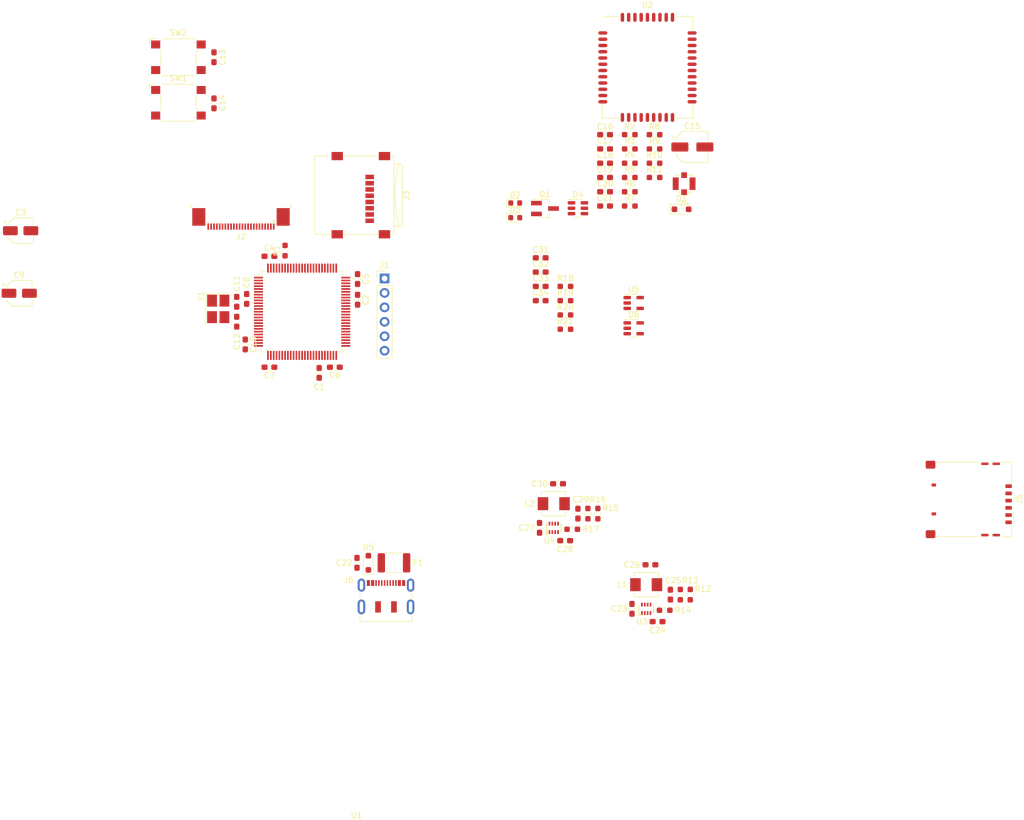
<source format=kicad_pcb>
(kicad_pcb (version 20221018) (generator pcbnew)
  (layers (0 "F.Cu" signal) (31 "B.Cu" signal) (34 "B.Paste" user) (35 "F.Paste" user) (36 "B.SilkS" user "B.Silkscreen") (37 "F.SilkS" user "F.Silkscreen") (38 "B.Mask" user) (39 "F.Mask" user) (44 "Edge.Cuts" user))
  (net 0 "")
  (net 1 "Net-(U1-VCAP1)")
  (net 2 "GND")
  (net 3 "Net-(U1-VCAP2)")
  (net 4 "+3V3")
  (net 5 "/PH0")
  (net 6 "/PH1")
  (net 7 "/NRST")
  (net 8 "/PWR")
  (net 9 "+4V")
  (net 10 "Net-(U2-VRTC)")
  (net 11 "/SIM/SIM_VDD")
  (net 12 "/SIM/SIM_DATA")
  (net 13 "+5V")
  (net 14 "Net-(U3-SS_TR)")
  (net 15 "Net-(U3-FB)")
  (net 16 "Net-(U4-SS_TR)")
  (net 17 "Net-(U4-FB)")
  (net 18 "Net-(U5-ADJ)")
  (net 19 "+2V8")
  (net 20 "Net-(U6-ADJ)")
  (net 21 "+1V35")
  (net 22 "Net-(D2-A)")
  (net 23 "Net-(D3-A)")
  (net 25 "Net-(D4-IO3)")
  (net 26 "Net-(D4-IO4)")
  (net 27 "Net-(D4-IO5)")
  (net 28 "Net-(F1-Pad1)")
  (net 29 "/SWCLK")
  (net 30 "/SWDIO")
  (net 31 "/SWO")
  (net 32 "/DCMI_STROBE")
  (net 33 "/I2C_SDA")
  (net 34 "/I2C_SCL")
  (net 35 "/DCMI_RESET")
  (net 36 "/DCMI_VSYNC")
  (net 37 "/DCMI_PWDN")
  (net 38 "/DCMI_HSYNC")
  (net 42 "/DCMI_D7")
  (net 43 "/DCMI_PIXCLK")
  (net 44 "/DCMI_D6")
  (net 45 "/DCMI_D2")
  (net 46 "/DCMI_D5")
  (net 47 "/DCMI_D3")
  (net 48 "/DCMI_D4")
  (net 49 "/DCMI_D1")
  (net 50 "/DCMI_D0")
  (net 51 "/SD_DAT2")
  (net 52 "/SD_DAT3")
  (net 53 "/SD_CMD")
  (net 54 "/SD_CLK")
  (net 55 "/SD_DAT0")
  (net 56 "/SD_DAT1")
  (net 57 "/SIM/GSM_ANT")
  (net 67 "Net-(U3-SW)")
  (net 68 "Net-(U4-SW)")
  (net 69 "Net-(Q1-B)")
  (net 70 "/SIM/PWR_KEY")
  (net 71 "Net-(U1-BOOT0)")
  (net 72 "Net-(U2-UART1_TXD)")
  (net 73 "/SIM_TX")
  (net 74 "Net-(U2-UART1_RXD)")
  (net 75 "/SIM_RX")
  (net 76 "Net-(U2-NETLIGHT)")
  (net 77 "Net-(U2-STATUS)")
  (net 78 "/SIM_PWR")
  (net 79 "/SIM/SIM_RST")
  (net 80 "/SIM/SIM_CLK")
  (net 81 "Net-(U3-PG)")
  (net 82 "Net-(U4-PG)")
  (footprint "Capacitor_SMD:C_0603_1608Metric_Pad1.08x0.95mm_HandSolder" (layer "F.Cu") (at 94.499999 136.990001)
    (fp_text reference "C24" (at 0 1.5) (layer "F.SilkS"))
    (fp_text value "680pF")
    (pad "1" smd roundrect (at -0.8625 0) (size 1.075 0.95) (layers "F.Cu" "F.Paste" "F.Mask") (net 14 "Net-(U3-SS_TR)"))
    (pad "2" smd roundrect (at 0.8625 0) (size 1.075 0.95) (layers "F.Cu" "F.Paste" "F.Mask") (net 2 "GND"))
  )
  (footprint "Resistor_SMD:R_0603_1608Metric_Pad0.98x0.95mm_HandSolder" (layer "F.Cu") (at 89.6225 56.38)
    (fp_text reference "R4" (at 0 -1.43) (layer "F.SilkS"))
    (fp_text value "5.6K")
    (pad "1" smd roundrect (at -0.9125 0) (size 0.975 0.95) (layers "F.Cu" "F.Paste" "F.Mask") (net 2 "GND"))
    (pad "2" smd roundrect (at 0.9125 0) (size 0.975 0.95) (layers "F.Cu" "F.Paste" "F.Mask") (net 74 "Net-(U2-UART1_RXD)"))
  )
  (footprint "RF_GSM:SIMCom_SIM800C" (layer "F.Cu") (at 92.7225 39.53)
    (fp_text reference "U2" (at 0 -11) (layer "F.SilkS"))
    (fp_text value "SIM800C")
    (pad "1" smd oval (at -7.85 -6.05) (size 1.6 0.6) (layers "F.Cu" "F.Mask") (net 72 "Net-(U2-UART1_TXD)"))
    (pad "2" smd oval (at -7.85 -4.95) (size 1.6 0.6) (layers "F.Cu" "F.Mask") (net 74 "Net-(U2-UART1_RXD)"))
    (pad "3" smd oval (at -7.85 -3.85) (size 1.6 0.6) (layers "F.Cu" "F.Mask"))
    (pad "4" smd oval (at -7.85 -2.75) (size 1.6 0.6) (layers "F.Cu" "F.Mask"))
    (pad "5" smd oval (at -7.85 -1.65) (size 1.6 0.6) (layers "F.Cu" "F.Mask"))
    (pad "6" smd oval (at -7.85 -0.55) (size 1.6 0.6) (layers "F.Cu" "F.Mask"))
    (pad "7" smd oval (at -7.85 0.55) (size 1.6 0.6) (layers "F.Cu" "F.Mask"))
    (pad "8" smd oval (at -7.85 1.65) (size 1.6 0.6) (layers "F.Cu" "F.Mask") (net 2 "GND"))
    (pad "9" smd oval (at -7.85 2.75) (size 1.6 0.6) (layers "F.Cu" "F.Mask"))
    (pad "10" smd oval (at -7.85 3.85) (size 1.6 0.6) (layers "F.Cu" "F.Mask"))
    (pad "11" smd oval (at -7.85 4.95) (size 1.6 0.6) (layers "F.Cu" "F.Mask"))
    (pad "12" smd oval (at -7.85 6.05) (size 1.6 0.6) (layers "F.Cu" "F.Mask"))
    (pad "13" smd oval (at -4.4 8.8) (size 0.6 1.6) (layers "F.Cu" "F.Mask") (net 2 "GND"))
    (pad "14" smd oval (at -3.3 8.8) (size 0.6 1.6) (layers "F.Cu" "F.Mask"))
    (pad "15" smd oval (at -2.2 8.8) (size 0.6 1.6) (layers "F.Cu" "F.Mask") (net 12 "/SIM/SIM_DATA"))
    (pad "16" smd oval (at -1.1 8.8) (size 0.6 1.6) (layers "F.Cu" "F.Mask") (net 80 "/SIM/SIM_CLK"))
    (pad "17" smd oval (at 0 8.8) (size 0.6 1.6) (layers "F.Cu" "F.Mask") (net 79 "/SIM/SIM_RST"))
    (pad "18" smd oval (at 1.1 8.8) (size 0.6 1.6) (layers "F.Cu" "F.Mask") (net 11 "/SIM/SIM_VDD"))
    (pad "19" smd oval (at 2.2 8.8) (size 0.6 1.6) (layers "F.Cu" "F.Mask") (net 2 "GND"))
    (pad "20" smd oval (at 3.3 8.8) (size 0.6 1.6) (layers "F.Cu" "F.Mask"))
    (pad "21" smd oval (at 4.4 8.8) (size 0.6 1.6) (layers "F.Cu" "F.Mask") (net 2 "GND"))
    (pad "22" smd oval (at 7.85 6.05) (size 1.6 0.6) (layers "F.Cu" "F.Mask"))
    (pad "23" smd oval (at 7.85 4.95) (size 1.6 0.6) (layers "F.Cu" "F.Mask"))
    (pad "24" smd oval (at 7.85 3.85) (size 1.6 0.6) (layers "F.Cu" "F.Mask"))
    (pad "25" smd oval (at 7.85 2.75) (size 1.6 0.6) (layers "F.Cu" "F.Mask"))
    (pad "26" smd oval (at 7.85 1.65) (size 1.6 0.6) (layers "F.Cu" "F.Mask"))
    (pad "27" smd oval (at 7.85 0.55) (size 1.6 0.6) (layers "F.Cu" "F.Mask") (net 2 "GND"))
    (pad "28" smd oval (at 7.85 -0.55) (size 1.6 0.6) (layers "F.Cu" "F.Mask") (net 10 "Net-(U2-VRTC)"))
    (pad "29" smd oval (at 7.85 -1.65) (size 1.6 0.6) (layers "F.Cu" "F.Mask"))
    (pad "30" smd oval (at 7.85 -2.75) (size 1.6 0.6) (layers "F.Cu" "F.Mask") (net 2 "GND"))
    (pad "31" smd oval (at 7.85 -3.85) (size 1.6 0.6) (layers "F.Cu" "F.Mask") (net 2 "GND"))
    (pad "32" smd oval (at 7.85 -4.95) (size 1.6 0.6) (layers "F.Cu" "F.Mask") (net 57 "/SIM/GSM_ANT"))
    (pad "33" smd oval (at 7.85 -6.05) (size 1.6 0.6) (layers "F.Cu" "F.Mask") (net 2 "GND"))
    (pad "34" smd oval (at 4.4 -8.8) (size 0.6 1.6) (layers "F.Cu" "F.Mask") (net 9 "+4V"))
    (pad "35" smd oval (at 3.3 -8.8) (size 0.6 1.6) (layers "F.Cu" "F.Mask") (net 9 "+4V"))
    (pad "36" smd oval (at 2.2 -8.8) (size 0.6 1.6) (layers "F.Cu" "F.Mask") (net 2 "GND"))
    (pad "37" smd oval (at 1.1 -8.8) (size 0.6 1.6) (layers "F.Cu" "F.Mask") (net 2 "GND"))
    (pad "38" smd oval (at 0 -8.8) (size 0.6 1.6) (layers "F.Cu" "F.Mask"))
    (pad "39" smd oval (at -1.1 -8.8) (size 0.6 1.6) (layers "F.Cu" "F.Mask") (net 70 "/SIM/PWR_KEY"))
    (pad "40" smd oval (at -2.2 -8.8) (size 0.6 1.6) (layers "F.Cu" "F.Mask"))
    (pad "41" smd oval (at -3.3 -8.8) (size 0.6 1.6) (layers "F.Cu" "F.Mask") (net 76 "Net-(U2-NETLIGHT)"))
    (pad "42" smd oval (at -4.4 -8.8) (size 0.6 1.6) (layers "F.Cu" "F.Mask") (net 77 "Net-(U2-STATUS)"))
  )
  (footprint "Capacitor_SMD:C_0603_1608Metric_Pad1.08x0.95mm_HandSolder" (layer "F.Cu") (at 41.65 126.65 90)
    (fp_text reference "C22" (at 0 -2.25 180) (layer "F.SilkS"))
    (fp_text value "1uF")
    (pad "1" smd roundrect (at -0.8625 0 90) (size 1.075 0.95) (layers "F.Cu" "F.Paste" "F.Mask") (net 13 "+5V"))
    (pad "2" smd roundrect (at 0.8625 0 90) (size 1.075 0.95) (layers "F.Cu" "F.Paste" "F.Mask") (net 2 "GND"))
  )
  (footprint "Capacitor_SMD:CP_Elec_5x5.4" (layer "F.Cu") (at 100.6225 53.53)
    (fp_text reference "C15" (at 0 -3.7) (layer "F.SilkS"))
    (fp_text value "100uF")
    (pad "1" smd roundrect (at -2.2 0) (size 3 1.6) (layers "F.Cu" "F.Paste" "F.Mask") (roundrect_rratio 0.15625) (net 9 "+4V"))
    (pad "2" smd roundrect (at 2.2 0) (size 3 1.6) (layers "F.Cu" "F.Paste" "F.Mask") (roundrect_rratio 0.15625) (net 2 "GND"))
  )
  (footprint "Button_Switch_SMD:SW_SPST_Omron_B3FS-101xP" (layer "F.Cu") (at 10.25 37.75)
    (fp_text reference "SW2" (at 0 -4.3) (layer "F.SilkS"))
    (fp_text value "SW_Reset")
    (pad "1" smd rect (at -4 -2.25 180) (size 1.6 1.4) (layers "F.Cu" "F.Paste" "F.Mask") (net 2 "GND"))
    (pad "1" smd rect (at 4 -2.25 180) (size 1.6 1.4) (layers "F.Cu" "F.Paste" "F.Mask") (net 2 "GND"))
    (pad "2" smd rect (at -4 2.25 180) (size 1.6 1.4) (layers "F.Cu" "F.Paste" "F.Mask") (net 7 "/NRST"))
    (pad "2" smd rect (at 4 2.25 180) (size 1.6 1.4) (layers "F.Cu" "F.Paste" "F.Mask") (net 7 "/NRST"))
  )
  (footprint "Resistor_SMD:R_0603_1608Metric_Pad0.98x0.95mm_HandSolder" (layer "F.Cu") (at 93.9725 51.36)
    (fp_text reference "R8" (at 0 -1.43) (layer "F.SilkS"))
    (fp_text value "47k")
    (pad "1" smd roundrect (at -0.9125 0) (size 0.975 0.95) (layers "F.Cu" "F.Paste" "F.Mask") (net 69 "Net-(Q1-B)"))
    (pad "2" smd roundrect (at 0.9125 0) (size 0.975 0.95) (layers "F.Cu" "F.Paste" "F.Mask") (net 2 "GND"))
  )
  (footprint "LED_SMD:LED_0603_1608Metric" (layer "F.Cu") (at 69.4725 65.96)
    (fp_text reference "D3" (at 0 -1.43) (layer "F.SilkS"))
    (fp_text value "LED_G")
    (pad "1" smd roundrect (at -0.7875 0) (size 0.875 0.95) (layers "F.Cu" "F.Paste" "F.Mask") (net 2 "GND"))
    (pad "2" smd roundrect (at 0.7875 0) (size 0.875 0.95) (layers "F.Cu" "F.Paste" "F.Mask") (net 23 "Net-(D3-A)"))
  )
  (footprint "Fuse:Fuse_1812_4532Metric_Pad1.30x3.40mm_HandSolder" (layer "F.Cu") (at 48.15 126.65 180)
    (fp_text reference "F1" (at -4.25 0) (layer "F.SilkS"))
    (fp_text value "Polyfuse_3A")
    (pad "1" smd roundrect (at -2.225 0 180) (size 1.3 3.4) (layers "F.Cu" "F.Paste" "F.Mask") (roundrect_rratio 0.192308) (net 28 "Net-(F1-Pad1)"))
    (pad "2" smd roundrect (at 2.225 0 180) (size 1.3 3.4) (layers "F.Cu" "F.Paste" "F.Mask") (roundrect_rratio 0.192308) (net 13 "+5V"))
  )
  (footprint "Capacitor_SMD:C_0603_1608Metric_Pad1.08x0.95mm_HandSolder" (layer "F.Cu") (at 78.25 122.75)
    (fp_text reference "C28" (at 0 1.5) (layer "F.SilkS"))
    (fp_text value "680pF")
    (pad "1" smd roundrect (at -0.8625 0) (size 1.075 0.95) (layers "F.Cu" "F.Paste" "F.Mask") (net 16 "Net-(U4-SS_TR)"))
    (pad "2" smd roundrect (at 0.8625 0) (size 1.075 0.95) (layers "F.Cu" "F.Paste" "F.Mask") (net 2 "GND"))
  )
  (footprint "Package_TO_SOT_SMD:SOT-23-6" (layer "F.Cu") (at 80.5025 64.3)
    (fp_text reference "D4" (at 0 -2.4) (layer "F.SilkS"))
    (fp_text value "ESDA6V1-5SC6")
    (pad "1" smd roundrect (at -1.1375 -0.95) (size 1.325 0.6) (layers "F.Cu" "F.Paste" "F.Mask"))
    (pad "2" smd roundrect (at -1.1375 0) (size 1.325 0.6) (layers "F.Cu" "F.Paste" "F.Mask") (net 2 "GND"))
    (pad "3" smd roundrect (at -1.1375 0.95) (size 1.325 0.6) (layers "F.Cu" "F.Paste" "F.Mask") (net 11 "/SIM/SIM_VDD"))
    (pad "4" smd roundrect (at 1.1375 0.95) (size 1.325 0.6) (layers "F.Cu" "F.Paste" "F.Mask") (net 25 "Net-(D4-IO3)"))
    (pad "5" smd roundrect (at 1.1375 0) (size 1.325 0.6) (layers "F.Cu" "F.Paste" "F.Mask") (net 26 "Net-(D4-IO4)"))
    (pad "6" smd roundrect (at 1.1375 -0.95) (size 1.325 0.6) (layers "F.Cu" "F.Paste" "F.Mask") (net 27 "Net-(D4-IO5)"))
  )
  (footprint "Capacitor_SMD:C_0603_1608Metric_Pad1.08x0.95mm_HandSolder" (layer "F.Cu") (at 93.249999 126.990001 180)
    (fp_text reference "C26" (at 3.25 0) (layer "F.SilkS"))
    (fp_text value "10uF")
    (pad "1" smd roundrect (at -0.8625 0 180) (size 1.075 0.95) (layers "F.Cu" "F.Paste" "F.Mask") (net 4 "+3V3"))
    (pad "2" smd roundrect (at 0.8625 0 180) (size 1.075 0.95) (layers "F.Cu" "F.Paste" "F.Mask") (net 2 "GND"))
  )
  (footprint "Capacitor_SMD:C_0603_1608Metric_Pad1.08x0.95mm_HandSolder" (layer "F.Cu") (at 85.2725 63.91)
    (fp_text reference "C21" (at 0 -1.43) (layer "F.SilkS"))
    (fp_text value "22pF")
    (pad "1" smd roundrect (at -0.8625 0) (size 1.075 0.95) (layers "F.Cu" "F.Paste" "F.Mask") (net 12 "/SIM/SIM_DATA"))
    (pad "2" smd roundrect (at 0.8625 0) (size 1.075 0.95) (layers "F.Cu" "F.Paste" "F.Mask") (net 2 "GND"))
  )
  (footprint "Capacitor_SMD:C_0603_1608Metric_Pad1.08x0.95mm_HandSolder" (layer "F.Cu") (at 89.999999 134.740001 90)
    (fp_text reference "C23" (at 0 -2.25 180) (layer "F.SilkS"))
    (fp_text value "10uF")
    (pad "1" smd roundrect (at -0.8625 0 90) (size 1.075 0.95) (layers "F.Cu" "F.Paste" "F.Mask") (net 13 "+5V"))
    (pad "2" smd roundrect (at 0.8625 0 90) (size 1.075 0.95) (layers "F.Cu" "F.Paste" "F.Mask") (net 2 "GND"))
  )
  (footprint "Capacitor_SMD:CP_Elec_4x5.4" (layer "F.Cu") (at -17.5 68.25)
    (fp_text reference "C3" (at 0 -3.2) (layer "F.SilkS"))
    (fp_text value "4.7uF")
    (pad "1" smd roundrect (at -1.8 0) (size 2.6 1.6) (layers "F.Cu" "F.Paste" "F.Mask") (roundrect_rratio 0.15625) (net 4 "+3V3"))
    (pad "2" smd roundrect (at 1.8 0) (size 2.6 1.6) (layers "F.Cu" "F.Paste" "F.Mask") (roundrect_rratio 0.15625) (net 2 "GND"))
  )
  (footprint "Resistor_SMD:R_0603_1608Metric_Pad0.98x0.95mm_HandSolder" (layer "F.Cu") (at 89.6225 63.91)
    (fp_text reference "R7" (at 0 -1.43) (layer "F.SilkS"))
    (fp_text value "4.7k")
    (pad "1" smd roundrect (at -0.9125 0) (size 0.975 0.95) (layers "F.Cu" "F.Paste" "F.Mask") (net 78 "/SIM_PWR"))
    (pad "2" smd roundrect (at 0.9125 0) (size 0.975 0.95) (layers "F.Cu" "F.Paste" "F.Mask") (net 69 "Net-(Q1-B)"))
  )
  (footprint "Capacitor_SMD:C_0603_1608Metric_Pad1.08x0.95mm_HandSolder" (layer "F.Cu") (at 22.25 80.25 -90)
    (fp_text reference "C8" (at -2.8875 0 90) (layer "F.SilkS"))
    (fp_text value "100nF")
    (pad "1" smd roundrect (at -0.8625 0 270) (size 1.075 0.95) (layers "F.Cu" "F.Paste" "F.Mask") (net 4 "+3V3"))
    (pad "2" smd roundrect (at 0.8625 0 270) (size 1.075 0.95) (layers "F.Cu" "F.Paste" "F.Mask") (net 2 "GND"))
  )
  (footprint "Connector_FFC-FPC:TE_2-1734839-4_1x24-1MP_P0.5mm_Horizontal" (layer "F.Cu") (at 21.25 66.175 180)
    (fp_text reference "J2" (at 0 -3.1) (layer "F.SilkS"))
    (fp_text value "DVP_24_pin")
    (pad "1" smd rect (at -5.75 -1.35 180) (size 0.3 1.1) (layers "F.Cu" "F.Paste" "F.Mask") (net 32 "/DCMI_STROBE"))
    (pad "2" smd rect (at -5.25 -1.35 180) (size 0.3 1.1) (layers "F.Cu" "F.Paste" "F.Mask") (net 2 "GND"))
    (pad "3" smd rect (at -4.75 -1.35 180) (size 0.3 1.1) (layers "F.Cu" "F.Paste" "F.Mask") (net 33 "/I2C_SDA"))
    (pad "4" smd rect (at -4.25 -1.35 180) (size 0.3 1.1) (layers "F.Cu" "F.Paste" "F.Mask") (net 19 "+2V8"))
    (pad "5" smd rect (at -3.75 -1.35 180) (size 0.3 1.1) (layers "F.Cu" "F.Paste" "F.Mask") (net 34 "/I2C_SCL"))
    (pad "6" smd rect (at -3.25 -1.35 180) (size 0.3 1.1) (layers "F.Cu" "F.Paste" "F.Mask") (net 35 "/DCMI_RESET"))
    (pad "7" smd rect (at -2.75 -1.35 180) (size 0.3 1.1) (layers "F.Cu" "F.Paste" "F.Mask") (net 36 "/DCMI_VSYNC"))
    (pad "8" smd rect (at -2.25 -1.35 180) (size 0.3 1.1) (layers "F.Cu" "F.Paste" "F.Mask") (net 37 "/DCMI_PWDN"))
    (pad "9" smd rect (at -1.75 -1.35 180) (size 0.3 1.1) (layers "F.Cu" "F.Paste" "F.Mask") (net 38 "/DCMI_HSYNC"))
    (pad "10" smd rect (at -1.25 -1.35 180) (size 0.3 1.1) (layers "F.Cu" "F.Paste" "F.Mask") (net 21 "+1V35"))
    (pad "11" smd rect (at -0.75 -1.35 180) (size 0.3 1.1) (layers "F.Cu" "F.Paste" "F.Mask") (net 19 "+2V8"))
    (pad "12" smd rect (at -0.25 -1.35 180) (size 0.3 1.1) (layers "F.Cu" "F.Paste" "F.Mask"))
    (pad "13" smd rect (at 0.25 -1.35 180) (size 0.3 1.1) (layers "F.Cu" "F.Paste" "F.Mask"))
    (pad "14" smd rect (at 0.75 -1.35 180) (size 0.3 1.1) (layers "F.Cu" "F.Paste" "F.Mask"))
    (pad "15" smd rect (at 1.25 -1.35 180) (size 0.3 1.1) (layers "F.Cu" "F.Paste" "F.Mask") (net 2 "GND"))
    (pad "16" smd rect (at 1.75 -1.35 180) (size 0.3 1.1) (layers "F.Cu" "F.Paste" "F.Mask") (net 42 "/DCMI_D7"))
    (pad "17" smd rect (at 2.25 -1.35 180) (size 0.3 1.1) (layers "F.Cu" "F.Paste" "F.Mask") (net 43 "/DCMI_PIXCLK"))
    (pad "18" smd rect (at 2.75 -1.35 180) (size 0.3 1.1) (layers "F.Cu" "F.Paste" "F.Mask") (net 44 "/DCMI_D6"))
    (pad "19" smd rect (at 3.25 -1.35 180) (size 0.3 1.1) (layers "F.Cu" "F.Paste" "F.Mask") (net 45 "/DCMI_D2"))
    (pad "20" smd rect (at 3.75 -1.35 180) (size 0.3 1.1) (layers "F.Cu" "F.Paste" "F.Mask") (net 46 "/DCMI_D5"))
    (pad "21" smd rect (at 4.25 -1.35 180) (size 0.3 1.1) (layers "F.Cu" "F.Paste" "F.Mask") (net 47 "/DCMI_D3"))
    (pad "22" smd rect (at 4.75 -1.35 180) (size 0.3 1.1) (layers "F.Cu" "F.Paste" "F.Mask") (net 48 "/DCMI_D4"))
    (pad "23" smd rect (at 5.25 -1.35 180) (size 0.3 1.1) (layers "F.Cu" "F.Paste" "F.Mask") (net 49 "/DCMI_D1"))
    (pad "24" smd rect (at 5.75 -1.35 180) (size 0.3 1.1) (layers "F.Cu" "F.Paste" "F.Mask") (net 50 "/DCMI_D0"))
    (pad "MP" smd rect (at -7.42 0.35 180) (size 2.3 3.1) (layers "F.Cu" "F.Paste" "F.Mask") (net 2 "GND"))
    (pad "MP" smd rect (at 7.42 0.35 180) (size 2.3 3.1) (layers "F.Cu" "F.Paste" "F.Mask") (net 2 "GND"))
  )
  (footprint "Capacitor_SMD:C_0603_1608Metric_Pad1.08x0.95mm_HandSolder" (layer "F.Cu") (at 35 93.25 -90)
    (fp_text reference "C1" (at 2.5 0 -180) (layer "F.SilkS"))
    (fp_text value "220nF")
    (pad "1" smd roundrect (at -0.8625 0 270) (size 1.075 0.95) (layers "F.Cu" "F.Paste" "F.Mask") (net 1 "Net-(U1-VCAP1)"))
    (pad "2" smd roundrect (at 0.8625 0 270) (size 1.075 0.95) (layers "F.Cu" "F.Paste" "F.Mask") (net 2 "GND"))
  )
  (footprint "Package_QFP:LQFP-100_14x14mm_P0.5mm" (layer "F.Cu") (at 32 82.5)
    (fp_text reference "U1" (at 9.55 88.56) (layer "F.SilkS"))
    (fp_text value "STM32H753VIT6")
    (pad "1" smd roundrect (at -7.675 -6) (size 1.6 0.3) (layers "F.Cu" "F.Paste" "F.Mask"))
    (pad "2" smd roundrect (at -7.675 -5.5) (size 1.6 0.3) (layers "F.Cu" "F.Paste" "F.Mask"))
    (pad "3" smd roundrect (at -7.675 -5) (size 1.6 0.3) (layers "F.Cu" "F.Paste" "F.Mask") (net 48 "/DCMI_D4"))
    (pad "4" smd roundrect (at -7.675 -4.5) (size 1.6 0.3) (layers "F.Cu" "F.Paste" "F.Mask") (net 44 "/DCMI_D6"))
    (pad "5" smd roundrect (at -7.675 -4) (size 1.6 0.3) (layers "F.Cu" "F.Paste" "F.Mask") (net 42 "/DCMI_D7"))
    (pad "6" smd roundrect (at -7.675 -3.5) (size 1.6 0.3) (layers "F.Cu" "F.Paste" "F.Mask") (net 4 "+3V3"))
    (pad "7" smd roundrect (at -7.675 -3) (size 1.6 0.3) (layers "F.Cu" "F.Paste" "F.Mask"))
    (pad "8" smd roundrect (at -7.675 -2.5) (size 1.6 0.3) (layers "F.Cu" "F.Paste" "F.Mask"))
    (pad "9" smd roundrect (at -7.675 -2) (size 1.6 0.3) (layers "F.Cu" "F.Paste" "F.Mask"))
    (pad "10" smd roundrect (at -7.675 -1.5) (size 1.6 0.3) (layers "F.Cu" "F.Paste" "F.Mask") (net 2 "GND"))
    (pad "11" smd roundrect (at -7.675 -1) (size 1.6 0.3) (layers "F.Cu" "F.Paste" "F.Mask") (net 4 "+3V3"))
    (pad "12" smd roundrect (at -7.675 -0.5) (size 1.6 0.3) (layers "F.Cu" "F.Paste" "F.Mask") (net 5 "/PH0"))
    (pad "13" smd roundrect (at -7.675 0) (size 1.6 0.3) (layers "F.Cu" "F.Paste" "F.Mask") (net 6 "/PH1"))
    (pad "14" smd roundrect (at -7.675 0.5) (size 1.6 0.3) (layers "F.Cu" "F.Paste" "F.Mask") (net 7 "/NRST"))
    (pad "15" smd roundrect (at -7.675 1) (size 1.6 0.3) (layers "F.Cu" "F.Paste" "F.Mask"))
    (pad "16" smd roundrect (at -7.675 1.5) (size 1.6 0.3) (layers "F.Cu" "F.Paste" "F.Mask"))
    (pad "17" smd roundrect (at -7.675 2) (size 1.6 0.3) (layers "F.Cu" "F.Paste" "F.Mask"))
    (pad "18" smd roundrect (at -7.675 2.5) (size 1.6 0.3) (layers "F.Cu" "F.Paste" "F.Mask"))
    (pad "19" smd roundrect (at -7.675 3) (size 1.6 0.3) (layers "F.Cu" "F.Paste" "F.Mask") (net 2 "GND"))
    (pad "20" smd roundrect (at -7.675 3.5) (size 1.6 0.3) (layers "F.Cu" "F.Paste" "F.Mask"))
    (pad "21" smd roundrect (at -7.675 4) (size 1.6 0.3) (layers "F.Cu" "F.Paste" "F.Mask") (net 4 "+3V3"))
    (pad "22" smd roundrect (at -7.675 4.5) (size 1.6 0.3) (layers "F.Cu" "F.Paste" "F.Mask") (net 8 "/PWR"))
    (pad "23" smd roundrect (at -7.675 5) (size 1.6 0.3) (layers "F.Cu" "F.Paste" "F.Mask"))
    (pad "24" smd roundrect (at -7.675 5.5) (size 1.6 0.3) (layers "F.Cu" "F.Paste" "F.Mask"))
    (pad "25" smd roundrect (at -7.675 6) (size 1.6 0.3) (layers "F.Cu" "F.Paste" "F.Mask"))
    (pad "26" smd roundrect (at -6 7.675) (size 0.3 1.6) (layers "F.Cu" "F.Paste" "F.Mask") (net 2 "GND"))
    (pad "27" smd roundrect (at -5.5 7.675) (size 0.3 1.6) (layers "F.Cu" "F.Paste" "F.Mask") (net 4 "+3V3"))
    (pad "28" smd roundrect (at -5 7.675) (size 0.3 1.6) (layers "F.Cu" "F.Paste" "F.Mask") (net 38 "/DCMI_HSYNC"))
    (pad "29" smd roundrect (at -4.5 7.675) (size 0.3 1.6) (layers "F.Cu" "F.Paste" "F.Mask"))
    (pad "30" smd roundrect (at -4 7.675) (size 0.3 1.6) (layers "F.Cu" "F.Paste" "F.Mask") (net 43 "/DCMI_PIXCLK"))
    (pad "31" smd roundrect (at -3.5 7.675) (size 0.3 1.6) (layers "F.Cu" "F.Paste" "F.Mask"))
    (pad "32" smd roundrect (at -3 7.675) (size 0.3 1.6) (layers "F.Cu" "F.Paste" "F.Mask"))
    (pad "33" smd roundrect (at -2.5 7.675) (size 0.3 1.6) (layers "F.Cu" "F.Paste" "F.Mask"))
    (pad "34" smd roundrect (at -2 7.675) (size 0.3 1.6) (layers "F.Cu" "F.Paste" "F.Mask"))
    (pad "35" smd roundrect (at -1.5 7.675) (size 0.3 1.6) (layers "F.Cu" "F.Paste" "F.Mask"))
    (pad "36" smd roundrect (at -1 7.675) (size 0.3 1.6) (layers "F.Cu" "F.Paste" "F.Mask"))
    (pad "37" smd roundrect (at -0.5 7.675) (size 0.3 1.6) (layers "F.Cu" "F.Paste" "F.Mask") (net 32 "/DCMI_STROBE"))
    (pad "38" smd roundrect (at 0 7.675) (size 0.3 1.6) (layers "F.Cu" "F.Paste" "F.Mask") (net 35 "/DCMI_RESET"))
    (pad "39" smd roundrect (at 0.5 7.675) (size 0.3 1.6) (layers "F.Cu" "F.Paste" "F.Mask") (net 37 "/DCMI_PWDN"))
    (pad "40" smd roundrect (at 1 7.675) (size 0.3 1.6) (layers "F.Cu" "F.Paste" "F.Mask"))
    (pad "41" smd roundrect (at 1.5 7.675) (size 0.3 1.6) (layers "F.Cu" "F.Paste" "F.Mask"))
    (pad "42" smd roundrect (at 2 7.675) (size 0.3 1.6) (layers "F.Cu" "F.Paste" "F.Mask"))
    (pad "43" smd roundrect (at 2.5 7.675) (size 0.3 1.6) (layers "F.Cu" "F.Paste" "F.Mask"))
    (pad "44" smd roundrect (at 3 7.675) (size 0.3 1.6) (layers "F.Cu" "F.Paste" "F.Mask"))
    (pad "45" smd roundrect (at 3.5 7.675) (size 0.3 1.6) (layers "F.Cu" "F.Paste" "F.Mask"))
    (pad "46" smd roundrect (at 4 7.675) (size 0.3 1.6) (layers "F.Cu" "F.Paste" "F.Mask"))
    (pad "47" smd roundrect (at 4.5 7.675) (size 0.3 1.6) (layers "F.Cu" "F.Paste" "F.Mask"))
    (pad "48" smd roundrect (at 5 7.675) (size 0.3 1.6) (layers "F.Cu" "F.Paste" "F.Mask") (net 1 "Net-(U1-VCAP1)"))
    (pad "49" smd roundrect (at 5.5 7.675) (size 0.3 1.6) (layers "F.Cu" "F.Paste" "F.Mask") (net 2 "GND"))
    (pad "50" smd roundrect (at 6 7.675) (size 0.3 1.6) (layers "F.Cu" "F.Paste" "F.Mask") (net 4 "+3V3"))
    (pad "51" smd roundrect (at 7.675 6) (size 1.6 0.3) (layers "F.Cu" "F.Paste" "F.Mask"))
    (pad "52" smd roundrect (at 7.675 5.5) (size 1.6 0.3) (layers "F.Cu" "F.Paste" "F.Mask") (net 78 "/SIM_PWR"))
    (pad "53" smd roundrect (at 7.675 5) (size 1.6 0.3) (layers "F.Cu" "F.Paste" "F.Mask") (net 75 "/SIM_RX"))
    (pad "54" smd roundrect (at 7.675 4.5) (size 1.6 0.3) (layers "F.Cu" "F.Paste" "F.Mask") (net 73 "/SIM_TX"))
    (pad "55" smd roundrect (at 7.675 4) (size 1.6 0.3) (layers "F.Cu" "F.Paste" "F.Mask"))
    (pad "56" smd roundrect (at 7.675 3.5) (size 1.6 0.3) (layers "F.Cu" "F.Paste" "F.Mask"))
    (pad "57" smd roundrect (at 7.675 3) (size 1.6 0.3) (layers "F.Cu" "F.Paste" "F.Mask"))
    (pad "58" smd roundrect (at 7.675 2.5) (size 1.6 0.3) (layers "F.Cu" "F.Paste" "F.Mask"))
    (pad "59" smd roundrect (at 7.675 2) (size 1.6 0.3) (layers "F.Cu" "F.Paste" "F.Mask"))
    (pad "60" smd roundrect (at 7.675 1.5) (size 1.6 0.3) (layers "F.Cu" "F.Paste" "F.Mask"))
    (pad "61" smd roundrect (at 7.675 1) (size 1.6 0.3) (layers "F.Cu" "F.Paste" "F.Mask"))
    (pad "62" smd roundrect (at 7.675 0.5) (size 1.6 0.3) (layers "F.Cu" "F.Paste" "F.Mask"))
    (pad "63" smd roundrect (at 7.675 0) (size 1.6 0.3) (layers "F.Cu" "F.Paste" "F.Mask") (net 50 "/DCMI_D0"))
    (pad "64" smd roundrect (at 7.675 -0.5) (size 1.6 0.3) (layers "F.Cu" "F.Paste" "F.Mask") (net 49 "/DCMI_D1"))
    (pad "65" smd roundrect (at 7.675 -1) (size 1.6 0.3) (layers "F.Cu" "F.Paste" "F.Mask") (net 55 "/SD_DAT0"))
    (pad "66" smd roundrect (at 7.675 -1.5) (size 1.6 0.3) (layers "F.Cu" "F.Paste" "F.Mask") (net 56 "/SD_DAT1"))
    (pad "67" smd roundrect (at 7.675 -2) (size 1.6 0.3) (layers "F.Cu" "F.Paste" "F.Mask"))
    (pad "68" smd roundrect (at 7.675 -2.5) (size 1.6 0.3) (layers "F.Cu" "F.Paste" "F.Mask"))
    (pad "69" smd roundrect (at 7.675 -3) (size 1.6 0.3) (layers "F.Cu" "F.Paste" "F.Mask"))
    (pad "70" smd roundrect (at 7.675 -3.5) (size 1.6 0.3) (layers "F.Cu" "F.Paste" "F.Mask"))
    (pad "71" smd roundrect (at 7.675 -4) (size 1.6 0.3) (layers "F.Cu" "F.Paste" "F.Mask"))
    (pad "72" smd roundrect (at 7.675 -4.5) (size 1.6 0.3) (layers "F.Cu" "F.Paste" "F.Mask") (net 30 "/SWDIO"))
    (pad "73" smd roundrect (at 7.675 -5) (size 1.6 0.3) (layers "F.Cu" "F.Paste" "F.Mask") (net 3 "Net-(U1-VCAP2)"))
    (pad "74" smd roundrect (at 7.675 -5.5) (size 1.6 0.3) (layers "F.Cu" "F.Paste" "F.Mask") (net 2 "GND"))
    (pad "75" smd roundrect (at 7.675 -6) (size 1.6 0.3) (layers "F.Cu" "F.Paste" "F.Mask") (net 4 "+3V3"))
    (pad "76" smd roundrect (at 6 -7.675) (size 0.3 1.6) (layers "F.Cu" "F.Paste" "F.Mask") (net 29 "/SWCLK"))
    (pad "77" smd roundrect (at 5.5 -7.675) (size 0.3 1.6) (layers "F.Cu" "F.Paste" "F.Mask"))
    (pad "78" smd roundrect (at 5 -7.675) (size 0.3 1.6) (layers "F.Cu" "F.Paste" "F.Mask") (net 51 "/SD_DAT2"))
    (pad "79" smd roundrect (at 4.5 -7.675) (size 0.3 1.6) (layers "F.Cu" "F.Paste" "F.Mask") (net 52 "/SD_DAT3"))
    (pad "80" smd roundrect (at 4 -7.675) (size 0.3 1.6) (layers "F.Cu" "F.Paste" "F.Mask") (net 54 "/SD_CLK"))
    (pad "81" smd roundrect (at 3.5 -7.675) (size 0.3 1.6) (layers "F.Cu" "F.Paste" "F.Mask"))
    (pad "82" smd roundrect (at 3 -7.675) (size 0.3 1.6) (layers "F.Cu" "F.Paste" "F.Mask"))
    (pad "83" smd roundrect (at 2.5 -7.675) (size 0.3 1.6) (layers "F.Cu" "F.Paste" "F.Mask") (net 53 "/SD_CMD"))
    (pad "84" smd roundrect (at 2 -7.675) (size 0.3 1.6) (layers "F.Cu" "F.Paste" "F.Mask") (net 46 "/DCMI_D5"))
    (pad "85" smd roundrect (at 1.5 -7.675) (size 0.3 1.6) (layers "F.Cu" "F.Paste" "F.Mask"))
    (pad "86" smd roundrect (at 1 -7.675) (size 0.3 1.6) (layers "F.Cu" "F.Paste" "F.Mask"))
    (pad "87" smd roundrect (at 0.5 -7.675) (size 0.3 1.6) (layers "F.Cu" "F.Paste" "F.Mask"))
    (pad "88" smd roundrect (at 0 -7.675) (size 0.3 1.6) (layers "F.Cu" "F.Paste" "F.Mask"))
    (pad "89" smd roundrect (at -0.5 -7.675) (size 0.3 1.6) (layers "F.Cu" "F.Paste" "F.Mask") (net 31 "/SWO"))
    (pad "90" smd roundrect (at -1 -7.675) (size 0.3 1.6) (layers "F.Cu" "F.Paste" "F.Mask"))
    (pad "91" smd roundrect (at -1.5 -7.675) (size 0.3 1.6) (layers "F.Cu" "F.Paste" "F.Mask"))
    (pad "92" smd roundrect (at -2 -7.675) (size 0.3 1.6) (layers "F.Cu" "F.Paste" "F.Mask"))
    (pad "93" smd roundrect (at -2.5 -7.675) (size 0.3 1.6) (layers "F.Cu" "F.Paste" "F.Mask") (net 36 "/DCMI_VSYNC"))
    (pad "94" smd roundrect (at -3 -7.675) (size 0.3 1.6) (layers "F.Cu" "F.Paste" "F.Mask") (net 71 "Net-(U1-BOOT0)"))
    (pad "95" smd roundrect (at -3.5 -7.675) (size 0.3 1.6) (layers "F.Cu" "F.Paste" "F.Mask") (net 34 "/I2C_SCL"))
    (pad "96" smd roundrect (at -4 -7.675) (size 0.3 1.6) (layers "F.Cu" "F.Paste" "F.Mask") (net 33 "/I2C_SDA"))
    (pad "97" smd roundrect (at -4.5 -7.675) (size 0.3 1.6) (layers "F.Cu" "F.Paste" "F.Mask") (net 45 "/DCMI_D2"))
    (pad "98" smd roundrect (at -5 -7.675) (size 0.3 1.6) (layers "F.Cu" "F.Paste" "F.Mask") (net 47 "/DCMI_D3"))
    (pad "99" smd roundrect (at -5.5 -7.675) (size 0.3 1.6) (layers "F.Cu" "F.Paste" "F.Mask") (net 2 "GND"))
    (pad "100" smd roundrect (at -6 -7.675) (size 0.3 1.6) (layers "F.Cu" "F.Paste" "F.Mask") (net 4 "+3V3"))
  )
  (footprint "Capacitor_SMD:C_0603_1608Metric_Pad1.08x0.95mm_HandSolder" (layer "F.Cu") (at 80.5 118 -90)
    (fp_text reference "C29" (at -2.5 -0.5) (layer "F.SilkS"))
    (fp_text value "10pF")
    (pad "1" smd roundrect (at -0.8625 0 270) (size 1.075 0.95) (layers "F.Cu" "F.Paste" "F.Mask") (net 9 "+4V"))
    (pad "2" smd roundrect (at 0.8625 0 270) (size 1.075 0.95) (layers "F.Cu" "F.Paste" "F.Mask") (net 17 "Net-(U4-FB)"))
  )
  (footprint "Package_TO_SOT_SMD:SOT-23-5" (layer "F.Cu") (at 90.3025 80.96)
    (fp_text reference "U5" (at 0 -2.4) (layer "F.SilkS"))
    (fp_text value "MIC5205YM5")
    (pad "1" smd roundrect (at -1.1375 -0.95) (size 1.325 0.6) (layers "F.Cu" "F.Paste" "F.Mask") (net 4 "+3V3"))
    (pad "2" smd roundrect (at -1.1375 0) (size 1.325 0.6) (layers "F.Cu" "F.Paste" "F.Mask") (net 2 "GND"))
    (pad "3" smd roundrect (at -1.1375 0.95) (size 1.325 0.6) (layers "F.Cu" "F.Paste" "F.Mask") (net 4 "+3V3"))
    (pad "4" smd roundrect (at 1.1375 0.95) (size 1.325 0.6) (layers "F.Cu" "F.Paste" "F.Mask") (net 18 "Net-(U5-ADJ)"))
    (pad "5" smd roundrect (at 1.1375 -0.95) (size 1.325 0.6) (layers "F.Cu" "F.Paste" "F.Mask") (net 19 "+2V8"))
  )
  (footprint "LED_SMD:LED_0603_1608Metric" (layer "F.Cu") (at 69.4725 63.37)
    (fp_text reference "D2" (at 0 -1.43) (layer "F.SilkS"))
    (fp_text value "LED_B")
    (pad "1" smd roundrect (at -0.7875 0) (size 0.875 0.95) (layers "F.Cu" "F.Paste" "F.Mask") (net 2 "GND"))
    (pad "2" smd roundrect (at 0.7875 0) (size 0.875 0.95) (layers "F.Cu" "F.Paste" "F.Mask") (net 22 "Net-(D2-A)"))
  )
  (footprint "Capacitor_SMD:C_0603_1608Metric_Pad1.08x0.95mm_HandSolder" (layer "F.Cu") (at 85.2725 61.4)
    (fp_text reference "C20" (at 0 -1.43) (layer "F.SilkS"))
    (fp_text value "100nF")
    (pad "1" smd roundrect (at -0.8625 0) (size 1.075 0.95) (layers "F.Cu" "F.Paste" "F.Mask") (net 11 "/SIM/SIM_VDD"))
    (pad "2" smd roundrect (at 0.8625 0) (size 1.075 0.95) (layers "F.Cu" "F.Paste" "F.Mask") (net 2 "GND"))
  )
  (footprint "Capacitor_SMD:C_0603_1608Metric_Pad1.08x0.95mm_HandSolder" (layer "F.Cu") (at 26.25 72.75)
    (fp_text reference "C4" (at 0 -1.43) (layer "F.SilkS"))
    (fp_text value "100nF")
    (pad "1" smd roundrect (at -0.8625 0) (size 1.075 0.95) (layers "F.Cu" "F.Paste" "F.Mask") (net 4 "+3V3"))
    (pad "2" smd roundrect (at 0.8625 0) (size 1.075 0.95) (layers "F.Cu" "F.Paste" "F.Mask") (net 2 "GND"))
  )
  (footprint "Capacitor_SMD:C_0603_1608Metric_Pad1.08x0.95mm_HandSolder" (layer "F.Cu") (at 73.9525 80.55)
    (fp_text reference "C34" (at 0 -1.43) (layer "F.SilkS"))
    (fp_text value "2.2uF_tantalum")
    (pad "1" smd roundrect (at -0.8625 0) (size 1.075 0.95) (layers "F.Cu" "F.Paste" "F.Mask") (net 21 "+1V35"))
    (pad "2" smd roundrect (at 0.8625 0) (size 1.075 0.95) (layers "F.Cu" "F.Paste" "F.Mask") (net 2 "GND"))
  )
  (footprint "Capacitor_SMD:C_0603_1608Metric_Pad1.08x0.95mm_HandSolder" (layer "F.Cu") (at 20.5 80.75 -90)
    (fp_text reference "C11" (at -3.25 0 90) (layer "F.SilkS"))
    (fp_text value "5pF")
    (pad "1" smd roundrect (at -0.8625 0 270) (size 1.075 0.95) (layers "F.Cu" "F.Paste" "F.Mask") (net 2 "GND"))
    (pad "2" smd roundrect (at 0.8625 0 270) (size 1.075 0.95) (layers "F.Cu" "F.Paste" "F.Mask") (net 5 "/PH0"))
  )
  (footprint "Capacitor_SMD:C_0603_1608Metric_Pad1.08x0.95mm_HandSolder" (layer "F.Cu") (at 85.2725 58.89)
    (fp_text reference "C19" (at 0 -1.43) (layer "F.SilkS"))
    (fp_text value "4.7uF")
    (pad "1" smd roundrect (at -0.8625 0) (size 1.075 0.95) (layers "F.Cu" "F.Paste" "F.Mask") (net 10 "Net-(U2-VRTC)"))
    (pad "2" smd roundrect (at 0.8625 0) (size 1.075 0.95) (layers "F.Cu" "F.Paste" "F.Mask") (net 2 "GND"))
  )
  (footprint "Connector_PinHeader_2.54mm:PinHeader_1x06_P2.54mm_Vertical" (layer "F.Cu") (at 46.5 76.65)
    (fp_text reference "J1" (at 0 -2.33) (layer "F.SilkS"))
    (fp_text value "SWD_header")
    (pad "1" thru_hole rect (at 0 0) (size 1.7 1.7) (drill 1) (layers "*.Cu" "*.Mask") (net 4 "+3V3"))
    (pad "2" thru_hole oval (at 0 2.54) (size 1.7 1.7) (drill 1) (layers "*.Cu" "*.Mask") (net 29 "/SWCLK"))
    (pad "3" thru_hole oval (at 0 5.08) (size 1.7 1.7) (drill 1) (layers "*.Cu" "*.Mask") (net 2 "GND"))
    (pad "4" thru_hole oval (at 0 7.62) (size 1.7 1.7) (drill 1) (layers "*.Cu" "*.Mask") (net 30 "/SWDIO"))
    (pad "5" thru_hole oval (at 0 10.16) (size 1.7 1.7) (drill 1) (layers "*.Cu" "*.Mask") (net 7 "/NRST"))
    (pad "6" thru_hole oval (at 0 12.7) (size 1.7 1.7) (drill 1) (layers "*.Cu" "*.Mask") (net 31 "/SWO"))
  )
  (footprint "Resistor_SMD:R_0603_1608Metric_Pad0.98x0.95mm_HandSolder" (layer "F.Cu") (at 78.3025 78.04)
    (fp_text reference "R18" (at 0 -1.43) (layer "F.SilkS"))
    (fp_text value "13.0k")
    (pad "1" smd roundrect (at -0.9125 0) (size 0.975 0.95) (layers "F.Cu" "F.Paste" "F.Mask") (net 19 "+2V8"))
    (pad "2" smd roundrect (at 0.9125 0) (size 0.975 0.95) (layers "F.Cu" "F.Paste" "F.Mask") (net 18 "Net-(U5-ADJ)"))
  )
  (footprint "Package_TO_SOT_SMD:SOT-23-5" (layer "F.Cu") (at 90.3025 85.41)
    (fp_text reference "U6" (at 0 -2.4) (layer "F.SilkS"))
    (fp_text value "MIC5205YM5")
    (pad "1" smd roundrect (at -1.1375 -0.95) (size 1.325 0.6) (layers "F.Cu" "F.Paste" "F.Mask") (net 4 "+3V3"))
    (pad "2" smd roundrect (at -1.1375 0) (size 1.325 0.6) (layers "F.Cu" "F.Paste" "F.Mask") (net 2 "GND"))
    (pad "3" smd roundrect (at -1.1375 0.95) (size 1.325 0.6) (layers "F.Cu" "F.Paste" "F.Mask") (net 4 "+3V3"))
    (pad "4" smd roundrect (at 1.1375 0.95) (size 1.325 0.6) (layers "F.Cu" "F.Paste" "F.Mask") (net 20 "Net-(U6-ADJ)"))
    (pad "5" smd roundrect (at 1.1375 -0.95) (size 1.325 0.6) (layers "F.Cu" "F.Paste" "F.Mask") (net 21 "+1V35"))
  )
  (footprint "Capacitor_SMD:C_0603_1608Metric_Pad1.08x0.95mm_HandSolder" (layer "F.Cu") (at 96.749999 132.240001 -90)
    (fp_text reference "C25" (at -2.5 -0.5) (layer "F.SilkS"))
    (fp_text value "10pF")
    (pad "1" smd roundrect (at -0.8625 0 270) (size 1.075 0.95) (layers "F.Cu" "F.Paste" "F.Mask") (net 4 "+3V3"))
    (pad "2" smd roundrect (at 0.8625 0 270) (size 1.075 0.95) (layers "F.Cu" "F.Paste" "F.Mask") (net 15 "Net-(U3-FB)"))
  )
  (footprint "Resistor_SMD:R_0603_1608Metric_Pad0.98x0.95mm_HandSolder" (layer "F.Cu") (at 95.749999 134.990001 180)
    (fp_text reference "R14" (at -3.25 0) (layer "F.SilkS"))
    (fp_text value "19.6k")
    (pad "1" smd roundrect (at -0.9125 0 180) (size 0.975 0.95) (layers "F.Cu" "F.Paste" "F.Mask") (net 15 "Net-(U3-FB)"))
    (pad "2" smd roundrect (at 0.9125 0 180) (size 0.975 0.95) (layers "F.Cu" "F.Paste" "F.Mask") (net 2 "GND"))
  )
  (footprint "Inductor_SMD:L_Vishay_IHLP-1616" (layer "F.Cu") (at 76.25 116.25)
    (fp_text reference "L2" (at -4.25 0) (layer "F.SilkS"))
    (fp_text value "470nH")
    (pad "1" smd rect (at -1.89225 0) (size 1.8545 2.286) (layers "F.Cu" "F.Paste" "F.Mask") (net 68 "Net-(U4-SW)"))
    (pad "2" smd rect (at 1.89225 0) (size 1.8545 2.286) (layers "F.Cu" "F.Paste" "F.Mask") (net 9 "+4V"))
  )
  (footprint "Capacitor_SMD:C_0603_1608Metric_Pad1.08x0.95mm_HandSolder" (layer "F.Cu") (at 73.9525 73.02)
    (fp_text reference "C31" (at 0 -1.43) (layer "F.SilkS"))
    (fp_text value "470pF")
    (pad "1" smd roundrect (at -0.8625 0) (size 1.075 0.95) (layers "F.Cu" "F.Paste" "F.Mask") (net 18 "Net-(U5-ADJ)"))
    (pad "2" smd roundrect (at 0.8625 0) (size 1.075 0.95) (layers "F.Cu" "F.Paste" "F.Mask") (net 2 "GND"))
  )
  (footprint "Resistor_SMD:R_0603_1608Metric_Pad0.98x0.95mm_HandSolder" (layer "F.Cu") (at 100.249999 132.240001 90)
    (fp_text reference "R12" (at 1 2.25 180) (layer "F.SilkS"))
    (fp_text value "100k")
    (pad "1" smd roundrect (at -0.9125 0 90) (size 0.975 0.95) (layers "F.Cu" "F.Paste" "F.Mask") (net 81 "Net-(U3-PG)"))
    (pad "2" smd roundrect (at 0.9125 0 90) (size 0.975 0.95) (layers "F.Cu" "F.Paste" "F.Mask") (net 4 "+3V3"))
  )
  (footprint "Capacitor_SMD:C_0603_1608Metric_Pad1.08x0.95mm_HandSolder" (layer "F.Cu") (at 26.25 92.25 180)
    (fp_text reference "C7" (at 0 -1.43) (layer "F.SilkS"))
    (fp_text value "100nF")
    (pad "1" smd roundrect (at -0.8625 0 180) (size 1.075 0.95) (layers "F.Cu" "F.Paste" "F.Mask") (net 4 "+3V3"))
    (pad "2" smd roundrect (at 0.8625 0 180) (size 1.075 0.95) (layers "F.Cu" "F.Paste" "F.Mask") (net 2 "GND"))
  )
  (footprint "Diode_SMD:D_SOD-323_HandSoldering" (layer "F.Cu") (at 98.7175 64.48)
    (fp_text reference "D1" (at 0 -1.85) (layer "F.SilkS"))
    (fp_text value "5.1V")
    (pad "1" smd roundrect (at -1.25 0) (size 1 1) (layers "F.Cu" "F.Paste" "F.Mask") (net 9 "+4V"))
    (pad "2" smd roundrect (at 1.25 0) (size 1 1) (layers "F.Cu" "F.Paste" "F.Mask") (net 2 "GND"))
  )
  (footprint "Resistor_SMD:R_0603_1608Metric_Pad0.98x0.95mm_HandSolder" (layer "F.Cu") (at 89.6225 51.36)
    (fp_text reference "R2" (at 0 -1.43) (layer "F.SilkS"))
    (fp_text value "1k")
    (pad "1" smd roundrect (at -0.9125 0) (size 0.975 0.95) (layers "F.Cu" "F.Paste" "F.Mask") (net 72 "Net-(U2-UART1_TXD)"))
    (pad "2" smd roundrect (at 0.9125 0) (size 0.975 0.95) (layers "F.Cu" "F.Paste" "F.Mask") (net 73 "/SIM_TX"))
  )
  (footprint "Resistor_SMD:R_0603_1608Metric_Pad0.98x0.95mm_HandSolder" (layer "F.Cu") (at 78.3025 80.55)
    (fp_text reference "R19" (at 0 -1.43) (layer "F.SilkS"))
    (fp_text value "16.2k")
    (pad "1" smd roundrect (at -0.9125 0) (size 0.975 0.95) (layers "F.Cu" "F.Paste" "F.Mask") (net 18 "Net-(U5-ADJ)"))
    (pad "2" smd roundrect (at 0.9125 0) (size 0.975 0.95) (layers "F.Cu" "F.Paste" "F.Mask") (net 2 "GND"))
  )
  (footprint "Resistor_SMD:R_0603_1608Metric_Pad0.98x0.95mm_HandSolder" (layer "F.Cu") (at 89.6225 61.4)
    (fp_text reference "R6" (at 0 -1.43) (layer "F.SilkS"))
    (fp_text value "1k")
    (pad "1" smd roundrect (at -0.9125 0) (size 0.975 0.95) (layers "F.Cu" "F.Paste" "F.Mask") (net 23 "Net-(D3-A)"))
    (pad "2" smd roundrect (at 0.9125 0) (size 0.975 0.95) (layers "F.Cu" "F.Paste" "F.Mask") (net 77 "Net-(U2-STATUS)"))
  )
  (footprint "Inductor_SMD:L_Vishay_IHLP-1616" (layer "F.Cu") (at 92.499999 130.490001)
    (fp_text reference "L1" (at -4.25 0) (layer "F.SilkS"))
    (fp_text value "470nH")
    (pad "1" smd rect (at -1.89225 0) (size 1.8545 2.286) (layers "F.Cu" "F.Paste" "F.Mask") (net 67 "Net-(U3-SW)"))
    (pad "2" smd rect (at 1.89225 0) (size 1.8545 2.286) (layers "F.Cu" "F.Paste" "F.Mask") (net 4 "+3V3"))
  )
  (footprint "Connector_Card:microSD_HC_Wuerth_693072010801" (layer "F.Cu") (at 42.3275 62 -90)
    (fp_text reference "J3" (at 0 -7.99 90) (layer "F.SilkS"))
    (fp_text value "Micro_SD_card")
    (pad "1" smd rect (at -3.2 -1.55 270) (size 0.8 1.5) (layers "F.Cu" "F.Paste" "F.Mask") (net 51 "/SD_DAT2"))
    (pad "2" smd rect (at -2.1 -1.55 270) (size 0.8 1.5) (layers "F.Cu" "F.Paste" "F.Mask") (net 52 "/SD_DAT3"))
    (pad "3" smd rect (at -1 -1.55 270) (size 0.8 1.5) (layers "F.Cu" "F.Paste" "F.Mask") (net 53 "/SD_CMD"))
    (pad "4" smd rect (at 0.1 -1.55 270) (size 0.8 1.5) (layers "F.Cu" "F.Paste" "F.Mask") (net 4 "+3V3"))
    (pad "5" smd rect (at 1.2 -1.55 270) (size 0.8 1.5) (layers "F.Cu" "F.Paste" "F.Mask") (net 54 "/SD_CLK"))
    (pad "6" smd rect (at 2.3 -1.55 270) (size 0.8 1.5) (layers "F.Cu" "F.Paste" "F.Mask") (net 2 "GND"))
    (pad "7" smd rect (at 3.4 -1.55 270) (size 0.8 1.5) (layers "F.Cu" "F.Paste" "F.Mask") (net 55 "/SD_DAT0"))
    (pad "8" smd rect (at 4.5 -1.55 270) (size 0.8 1.5) (layers "F.Cu" "F.Paste" "F.Mask") (net 56 "/SD_DAT1"))
    (pad "9" smd rect (at -6.875 -4.15 270) (size 1.45 2) (layers "F.Cu" "F.Paste" "F.Mask") (net 2 "GND"))
    (pad "9" smd rect (at -6.875 4.15 270) (size 1.45 2) (layers "F.Cu" "F.Paste" "F.Mask") (net 2 "GND"))
    (pad "9" smd rect (at 6.875 -4.15 270) (size 1.45 2) (layers "F.Cu" "F.Paste" "F.Mask") (net 2 "GND"))
    (pad "9" smd rect (at 6.875 4.15 270) (size 1.45 2) (layers "F.Cu" "F.Paste" "F.Mask") (net 2 "GND"))
  )
  (footprint "Package_TO_SOT_SMD:SOT-23_Handsoldering" (layer "F.Cu") (at 74.7025 64.35)
    (fp_text reference "Q1" (at 0 -2.5) (layer "F.SilkS"))
    (fp_text value "Q_NPN")
    (pad "1" smd rect (at -1.5 -0.95) (size 1.9 0.8) (layers "F.Cu" "F.Paste" "F.Mask") (net 69 "Net-(Q1-B)"))
    (pad "2" smd rect (at -1.5 0.95) (size 1.9 0.8) (layers "F.Cu" "F.Paste" "F.Mask") (net 2 "GND"))
    (pad "3" smd rect (at 1.5 0) (size 1.9 0.8) (layers "F.Cu" "F.Paste" "F.Mask") (net 70 "/SIM/PWR_KEY"))
  )
  (footprint "Crystal:Crystal_SMD_SeikoEpson_TSX3225-4Pin_3.2x2.5mm_HandSoldering" (layer "F.Cu") (at 17.25 82 -90)
    (fp_text reference "Y1" (at -2.25 3 90) (layer "F.SilkS"))
    (fp_text value "Crystal")
    (pad "1" smd rect (at -1.45 1.0875 270) (size 2.1 1.725) (layers "F.Cu" "F.Paste" "F.Mask") (net 5 "/PH0"))
    (pad "2" smd rect (at 1.45 1.0875 270) (size 2.1 1.725) (layers "F.Cu" "F.Paste" "F.Mask") (net 2 "GND"))
    (pad "3" smd rect (at 1.45 -1.0875 270) (size 2.1 1.725) (layers "F.Cu" "F.Paste" "F.Mask") (net 6 "/PH1"))
    (pad "4" smd rect (at -1.45 -1.0875 270) (size 2.1 1.725) (layers "F.Cu" "F.Paste" "F.Mask") (net 2 "GND"))
  )
  (footprint "Capacitor_SMD:C_0603_1608Metric_Pad1.08x0.95mm_HandSolder" (layer "F.Cu") (at 77 112.75 180)
    (fp_text reference "C30" (at 3.25 0) (layer "F.SilkS"))
    (fp_text value "10uF")
    (pad "1" smd roundrect (at -0.8625 0 180) (size 1.075 0.95) (layers "F.Cu" "F.Paste" "F.Mask") (net 9 "+4V"))
    (pad "2" smd roundrect (at 0.8625 0 180) (size 1.075 0.95) (layers "F.Cu" "F.Paste" "F.Mask") (net 2 "GND"))
  )
  (footprint "Capacitor_SMD:C_0603_1608Metric_Pad1.08x0.95mm_HandSolder" (layer "F.Cu") (at 20.5 84.25 90)
    (fp_text reference "C12" (at -3.5 0 90) (layer "F.SilkS"))
    (fp_text value "5pF")
    (pad "1" smd roundrect (at -0.8625 0 90) (size 1.075 0.95) (layers "F.Cu" "F.Paste" "F.Mask") (net 2 "GND"))
    (pad "2" smd roundrect (at 0.8625 0 90) (size 1.075 0.95) (layers "F.Cu" "F.Paste" "F.Mask") (net 6 "/PH1"))
  )
  (footprint "Resistor_SMD:R_0603_1608Metric_Pad0.98x0.95mm_HandSolder" (layer "F.Cu") (at 79.5 120.75 180)
    (fp_text reference "R17" (at -3.25 0) (layer "F.SilkS"))
    (fp_text value "100k")
    (pad "1" smd roundrect (at -0.9125 0 180) (size 0.975 0.95) (layers "F.Cu" "F.Paste" "F.Mask") (net 17 "Net-(U4-FB)"))
    (pad "2" smd roundrect (at 0.9125 0 180) (size 0.975 0.95) (layers "F.Cu" "F.Paste" "F.Mask") (net 2 "GND"))
  )
  (footprint "Connector_USB:USB_C_Receptacle_JAE_DX07S016JA1R1500" (layer "F.Cu") (at 46.75 133.25)
    (fp_text reference "J6" (at -6.6 -3.6) (layer "F.SilkS"))
    (fp_text value "USB_C_receptacle")
    (pad "" np_thru_hole circle (at -3 -1.95) (size 0.6 0.6) (drill 0.6) (layers "F&B.Cu" "*.Mask"))
    (pad "" smd rect (at -1.4 1.15) (size 1 2) (layers "F.Cu" "F.Paste" "F.Mask"))
    (pad "" smd rect (at 1.4 1.15) (size 1 2) (layers "F.Cu" "F.Paste" "F.Mask"))
    (pad "" np_thru_hole oval (at 3 -1.95) (size 0.85 0.6) (drill oval 0.85 0.6) (layers "F&B.Cu" "*.Mask"))
    (pad "A1" smd rect (at -3.1 -3.05) (size 0.52 1) (layers "F.Cu" "F.Paste" "F.Mask") (net 2 "GND"))
    (pad "A4" smd rect (at -2.35 -3.05) (size 0.52 1) (layers "F.Cu" "F.Paste" "F.Mask") (net 28 "Net-(F1-Pad1)"))
    (pad "A5" smd rect (at -1.75 -3.05) (size 0.27 1) (layers "F.Cu" "F.Paste" "F.Mask"))
    (pad "A6" smd rect (at -0.25 -3.05) (size 0.27 1) (layers "F.Cu" "F.Paste" "F.Mask"))
    (pad "A7" smd rect (at 0.75 -3.05) (size 0.27 1) (layers "F.Cu" "F.Paste" "F.Mask"))
    (pad "A8" smd rect (at 1.75 -3.05) (size 0.27 1) (layers "F.Cu" "F.Paste" "F.Mask"))
    (pad "A9" smd rect (at 2.35 -3.05) (size 0.52 1) (layers "F.Cu" "F.Paste" "F.Mask") (net 28 "Net-(F1-Pad1)"))
    (pad "A12" smd rect (at 3.1 -3.05) (size 0.52 1) (layers "F.Cu" "F.Paste" "F.Mask") (net 2 "GND"))
    (pad "B1" smd rect (at 3.1 -3.05) (size 0.52 1) (layers "F.Cu" "F.Paste" "F.Mask") (net 2 "GND"))
    (pad "B4" smd rect (at 2.35 -3.05) (size 0.52 1) (layers "F.Cu" "F.Paste" "F.Mask") (net 28 "Net-(F1-Pad1)"))
    (pad "B5" smd rect (at 1.25 -3.05) (size 0.27 1) (layers "F.Cu" "F.Paste" "F.Mask"))
    (pad "B6" smd rect (at 0.25 -3.05) (size 0.27 1) (layers "F.Cu" "F.Paste" "F.Mask"))
    (pad "B7" smd rect (at -0.75 -3.05) (size 0.27 1) (layers "F.Cu" "F.Paste" "F.Mask"))
    (pad "B8" smd rect (at -1.25 -3.05) (size 0.27 1) (layers "F.Cu" "F.Paste" "F.Mask"))
    (pad "B9" smd rect (at -2.35 -3.05) (size 0.52 1) (layers "F.Cu" "F.Paste" "F.Mask") (net 28 "Net-(F1-Pad1)"))
    (pad "B12" smd rect (at -3.1 -3.05) (size 0.52 1) (layers "F.Cu" "F.Paste" "F.Mask") (net 2 "GND"))
    (pad "S1" thru_hole oval (at -4.32 -2.675) (size 1.3 2.3) (drill oval 0.6 1.6) (layers "*.Cu" "*.Mask") (net 2 "GND"))
    (pad "S1" thru_hole oval (at -4.32 1.15) (size 1.3 2.6) (drill oval 0.6 1.9) (layers "*.Cu" "*.Mask") (net 2 "GND"))
    (pad "S1" thru_hole oval (at 4.32 -2.675) (size 1.3 2.3) (drill oval 0.6 1.6) (layers "*.Cu" "*.Mask") (net 2 "GND"))
    (pad "S1" thru_hole oval (at 4.32 1.15) (size 1.3 2.6) (drill oval 0.6 1.9) (layers "*.Cu" "*.Mask") (net 2 "GND"))
  )
  (footprint "Resistor_SMD:R_0603_1608Metric_Pad0.98x0.95mm_HandSolder" (layer "F.Cu") (at 98.499999 132.240001 -90)
    (fp_text reference "R13" (at -2.5 -1.75) (layer "F.SilkS"))
    (fp_text value "88.7k")
    (pad "1" smd roundrect (at -0.9125 0 270) (size 0.975 0.95) (layers "F.Cu" "F.Paste" "F.Mask") (net 4 "+3V3"))
    (pad "2" smd roundrect (at 0.9125 0 270) (size 0.975 0.95) (layers "F.Cu" "F.Paste" "F.Mask") (net 15 "Net-(U3-FB)"))
  )
  (footprint "TSP62851x:SOT-583" (layer "F.Cu") (at 76.249999 120.509999 90)
    (fp_text reference "U4" (at -2.240001 -0.749999 unlocked) (layer "F.SilkS"))
    (fp_text value "TPS628513")
    (pad "1" smd rect (at -0.740001 -0.750001 90) (size 0.670001 0.299999) (layers "F.Cu" "F.Paste" "F.Mask") (net 13 "+5V"))
    (pad "2" smd rect (at -0.740001 -0.25 90) (size 0.670001 0.299999) (layers "F.Cu" "F.Paste" "F.Mask") (net 13 "+5V"))
    (pad "3" smd rect (at -0.740001 0.25 90) (size 0.670001 0.299999) (layers "F.Cu" "F.Paste" "F.Mask") (net 13 "+5V"))
    (pad "4" smd rect (at -0.740001 0.750001 90) (size 0.670001 0.299999) (layers "F.Cu" "F.Paste" "F.Mask") (net 16 "Net-(U4-SS_TR)"))
    (pad "5" smd rect (at 0.740001 0.750001 90) (size 0.670001 0.299999) (layers "F.Cu" "F.Paste" "F.Mask") (net 17 "Net-(U4-FB)"))
    (pad "6" smd rect (at 0.740001 0.25 90) (size 0.670001 0.299999) (layers "F.Cu" "F.Paste" "F.Mask") (net 82 "Net-(U4-PG)"))
    (pad "7" smd rect (at 0.740001 -0.25 90) (size 0.670001 0.299999) (layers "F.Cu" "F.Paste" "F.Mask") (net 68 "Net-(U4-SW)"))
    (pad "8" smd rect (at 0.740001 -0.750001 90) (size 0.670001 0.299999) (layers "F.Cu" "F.Paste" "F.Mask") (net 2 "GND"))
  )
  (footprint "Resistor_SMD:R_0603_1608Metric_Pad0.98x0.95mm_HandSolder" (layer "F.Cu") (at 93.9725 58.89)
    (fp_text reference "R11" (at 0 -1.43) (layer "F.SilkS"))
    (fp_text value "51")
    (pad "1" smd roundrect (at -0.9125 0) (size 0.975 0.95) (layers "F.Cu" "F.Paste" "F.Mask") (net 12 "/SIM/SIM_DATA"))
    (pad "2" smd roundrect (at 0.9125 0) (size 0.975 0.95) (layers "F.Cu" "F.Paste" "F.Mask") (net 27 "Net-(D4-IO5)"))
  )
  (footprint "Resistor_SMD:R_0603_1608Metric_Pad0.98x0.95mm_HandSolder" (layer "F.Cu") (at 29 71.75 90)
    (fp_text reference "R1" (at 0 -1.43 90) (layer "F.SilkS"))
    (fp_text value "10k")
    (pad "1" smd roundrect (at -0.9125 0 90) (size 0.975 0.95) (layers "F.Cu" "F.Paste" "F.Mask") (net 71 "Net-(U1-BOOT0)"))
    (pad "2" smd roundrect (at 0.9125 0 90) (size 0.975 0.95) (layers "F.Cu" "F.Paste" "F.Mask") (net 2 "GND"))
  )
  (footprint "Capacitor_SMD:C_0603_1608Metric_Pad1.08x0.95mm_HandSolder" (layer "F.Cu") (at 73.9525 75.53)
    (fp_text reference "C32" (at 0 -1.43) (layer "F.SilkS"))
    (fp_text value "2.2uF_tantalum")
    (pad "1" smd roundrect (at -0.8625 0) (size 1.075 0.95) (layers "F.Cu" "F.Paste" "F.Mask") (net 19 "+2V8"))
    (pad "2" smd roundrect (at 0.8625 0) (size 1.075 0.95) (layers "F.Cu" "F.Paste" "F.Mask") (net 2 "GND"))
  )
  (footprint "TSP62851x:SOT-583" (layer "F.Cu") (at 92.499999 134.740001 90)
    (fp_text reference "U3" (at -2.25 -0.75 unlocked) (layer "F.SilkS"))
    (fp_text value "TPS628511")
    (pad "1" smd rect (at -0.740001 -0.750001 90) (size 0.670001 0.299999) (layers "F.Cu" "F.Paste" "F.Mask") (net 13 "+5V"))
    (pad "2" smd rect (at -0.740001 -0.25 90) (size 0.670001 0.299999) (layers "F.Cu" "F.Paste" "F.Mask") (net 13 "+5V"))
    (pad "3" smd rect (at -0.740001 0.25 90) (size 0.670001 0.299999) (layers "F.Cu" "F.Paste" "F.Mask") (net 13 "+5V"))
    (pad "4" smd rect (at -0.740001 0.750001 90) (size 0.670001 0.299999) (layers "F.Cu" "F.Paste" "F.Mask") (net 14 "Net-(U3-SS_TR)"))
    (pad "5" smd rect (at 0.740001 0.750001 90) (size 0.670001 0.299999) (layers "F.Cu" "F.Paste" "F.Mask") (net 15 "Net-(U3-FB)"))
    (pad "6" smd rect (at 0.740001 0.25 90) (size 0.670001 0.299999) (layers "F.Cu" "F.Paste" "F.Mask") (net 81 "Net-(U3-PG)"))
    (pad "7" smd rect (at 0.740001 -0.25 90) (size 0.670001 0.299999) (layers "F.Cu" "F.Paste" "F.Mask") (net 67 "Net-(U3-SW)"))
    (pad "8" smd rect (at 0.740001 -0.750001 90) (size 0.670001 0.299999) (layers "F.Cu" "F.Paste" "F.Mask") (net 2 "GND"))
  )
  (footprint "Resistor_SMD:R_0603_1608Metric_Pad0.98x0.95mm_HandSolder" (layer "F.Cu") (at 78.3025 85.57)
    (fp_text reference "R21" (at 0 -1.43) (layer "F.SilkS"))
    (fp_text value "30.1k")
    (pad "1" smd roundrect (at -0.9125 0) (size 0.975 0.95) (layers "F.Cu" "F.Paste" "F.Mask") (net 20 "Net-(U6-ADJ)"))
    (pad "2" smd roundrect (at 0.9125 0) (size 0.975 0.95) (layers "F.Cu" "F.Paste" "F.Mask") (net 2 "GND"))
  )
  (footprint "Capacitor_SMD:C_0603_1608Metric_Pad1.08x0.95mm_HandSolder" (layer "F.Cu") (at 85.2725 51.36)
    (fp_text reference "C16" (at 0 -1.43) (layer "F.SilkS"))
    (fp_text value "4.7uF")
    (pad "1" smd roundrect (at -0.8625 0) (size 1.075 0.95) (layers "F.Cu" "F.Paste" "F.Mask") (net 9 "+4V"))
    (pad "2" smd roundrect (at 0.8625 0) (size 1.075 0.95) (layers "F.Cu" "F.Paste" "F.Mask") (net 2 "GND"))
  )
  (footprint "Capacitor_SMD:C_0603_1608Metric_Pad1.08x0.95mm_HandSolder" (layer "F.Cu") (at 41.75 80.3875 -90)
    (fp_text reference "C2" (at 0 -1.43 90) (layer "F.SilkS"))
    (fp_text value "220nF")
    (pad "1" smd roundrect (at -0.8625 0 270) (size 1.075 0.95) (layers "F.Cu" "F.Paste" "F.Mask") (net 3 "Net-(U1-VCAP2)"))
    (pad "2" smd roundrect (at 0.8625 0 270) (size 1.075 0.95) (layers "F.Cu" "F.Paste" "F.Mask") (net 2 "GND"))
  )
  (footprint "Connector_Card:microSIM_JAE_SF53S006VCBR2000" (layer "F.Cu") (at 149.60775 115.5 -90)
    (fp_text reference "J5" (at 0 -8.5 90) (layer "F.SilkS"))
    (fp_text value "Micro_SIM_card")
    (pad "1" smd roundrect (at 2.755 -6.62 270) (size 0.65 1.15) (layers "F.Cu" "F.Paste" "F.Mask") (net 11 "/SIM/SIM_VDD"))
    (pad "2" smd roundrect (at 0.215 -6.62 270) (size 0.65 1.15) (layers "F.Cu" "F.Paste" "F.Mask") (net 25 "Net-(D4-IO3)"))
    (pad "3" smd roundrect (at -2.325 -6.62 270) (size 0.65 1.15) (layers "F.Cu" "F.Paste" "F.Mask") (net 26 "Net-(D4-IO4)"))
    (pad "5" smd roundrect (at 4.025 -6.62 270) (size 0.65 1.15) (layers "F.Cu" "F.Paste" "F.Mask") (net 2 "GND"))
    (pad "6" smd roundrect (at 1.485 -6.62 270) (size 0.65 1.15) (layers "F.Cu" "F.Paste" "F.Mask"))
    (pad "7" smd roundrect (at -1.055 -6.62 270) (size 0.65 1.15) (layers "F.Cu" "F.Paste" "F.Mask") (net 27 "Net-(D4-IO5)"))
    (pad "SH" smd roundrect (at -6.27 -4.45 270) (size 0.45 1.3) (layers "F.Cu" "F.Paste" "F.Mask") (net 2 "GND"))
    (pad "SH" smd roundrect (at -6.27 -2.45 270) (size 0.45 1.3) (layers "F.Cu" "F.Paste" "F.Mask") (net 2 "GND"))
    (pad "SH" smd roundrect (at -6.105 7.11 270) (size 1.4 1.7) (layers "F.Cu" "F.Paste" "F.Mask") (roundrect_rratio 0.1785714286) (net 2 "GND"))
    (pad "SH" smd roundrect (at -2.535 6.53 270) (size 0.54 0.8) (layers "F.Cu" "F.Paste" "F.Mask") (net 2 "GND"))
    (pad "SH" smd roundrect (at 2.545 6.53 270) (size 0.54 0.8) (layers "F.Cu" "F.Paste" "F.Mask") (net 2 "GND"))
    (pad "SH" smd roundrect (at 6.105 7.11 270) (size 1.4 1.7) (layers "F.Cu" "F.Paste" "F.Mask") (roundrect_rratio 0.1785714286) (net 2 "GND"))
    (pad "SH" smd roundrect (at 6.27 -4.45 270) (size 0.45 1.3) (layers "F.Cu" "F.Paste" "F.Mask") (net 2 "GND"))
    (pad "SH" smd roundrect (at 6.27 -2.45 270) (size 0.45 1.3) (layers "F.Cu" "F.Paste" "F.Mask") (net 2 "GND"))
  )
  (footprint "Capacitor_SMD:C_0603_1608Metric_Pad1.08x0.95mm_HandSolder" (layer "F.Cu") (at 85.2725 56.38)
    (fp_text reference "C18" (at 0 -1.43) (layer "F.SilkS"))
    (fp_text value "10pF")
    (pad "1" smd roundrect (at -0.8625 0) (size 1.075 0.95) (layers "F.Cu" "F.Paste" "F.Mask") (net 9 "+4V"))
    (pad "2" smd roundrect (at 0.8625 0) (size 1.075 0.95) (layers "F.Cu" "F.Paste" "F.Mask") (net 2 "GND"))
  )
  (footprint "Resistor_SMD:R_0603_1608Metric_Pad0.98x0.95mm_HandSolder" (layer "F.Cu") (at 89.6225 53.87)
    (fp_text reference "R3" (at 0 -1.43) (layer "F.SilkS"))
    (fp_text value "1k")
    (pad "1" smd roundrect (at -0.9125 0) (size 0.975 0.95) (layers "F.Cu" "F.Paste" "F.Mask") (net 74 "Net-(U2-UART1_RXD)"))
    (pad "2" smd roundrect (at 0.9125 0) (size 0.975 0.95) (layers "F.Cu" "F.Paste" "F.Mask") (net 75 "/SIM_RX"))
  )
  (footprint "Capacitor_SMD:C_0603_1608Metric_Pad1.08x0.95mm_HandSolder" (layer "F.Cu") (at 22 88.25 -90)
    (fp_text reference "C10" (at 0 -1.43 90) (layer "F.SilkS"))
    (fp_text value "100nF")
    (pad "1" smd roundrect (at -0.8625 0 270) (size 1.075 0.95) (layers "F.Cu" "F.Paste" "F.Mask") (net 4 "+3V3"))
    (pad "2" smd roundrect (at 0.8625 0 270) (size 1.075 0.95) (layers "F.Cu" "F.Paste" "F.Mask") (net 2 "GND"))
  )
  (footprint "Resistor_SMD:R_0603_1608Metric_Pad0.98x0.95mm_HandSolder" (layer "F.Cu") (at 93.9725 53.87)
    (fp_text reference "R9" (at 0 -1.43) (layer "F.SilkS"))
    (fp_text value "51")
    (pad "1" smd roundrect (at -0.9125 0) (size 0.975 0.95) (layers "F.Cu" "F.Paste" "F.Mask") (net 79 "/SIM/SIM_RST"))
    (pad "2" smd roundrect (at 0.9125 0) (size 0.975 0.95) (layers "F.Cu" "F.Paste" "F.Mask") (net 25 "Net-(D4-IO3)"))
  )
  (footprint "Capacitor_SMD:C_0603_1608Metric_Pad1.08x0.95mm_HandSolder" (layer "F.Cu") (at 41.75 76.75 -90)
    (fp_text reference "C5" (at 0 -1.43 90) (layer "F.SilkS"))
    (fp_text value "100nF")
    (pad "1" smd roundrect (at -0.8625 0 270) (size 1.075 0.95) (layers "F.Cu" "F.Paste" "F.Mask") (net 4 "+3V3"))
    (pad "2" smd roundrect (at 0.8625 0 270) (size 1.075 0.95) (layers "F.Cu" "F.Paste" "F.Mask") (net 2 "GND"))
  )
  (footprint "Capacitor_SMD:C_0603_1608Metric_Pad1.08x0.95mm_HandSolder" (layer "F.Cu") (at 73.75 120.5 90)
    (fp_text reference "C27" (at 0 -2.25 180) (layer "F.SilkS"))
    (fp_text value "10uF")
    (pad "1" smd roundrect (at -0.8625 0 90) (size 1.075 0.95) (layers "F.Cu" "F.Paste" "F.Mask") (net 13 "+5V"))
    (pad "2" smd roundrect (at 0.8625 0 90) (size 1.075 0.95) (layers "F.Cu" "F.Paste" "F.Mask") (net 2 "GND"))
  )
  (footprint "Capacitor_SMD:C_0603_1608Metric_Pad1.08x0.95mm_HandSolder" (layer "F.Cu") (at 37.75 92.25 180)
    (fp_text reference "C6" (at 0 -1.43) (layer "F.SilkS"))
    (fp_text value "100nF")
    (pad "1" smd roundrect (at -0.8625 0 180) (size 1.075 0.95) (layers "F.Cu" "F.Paste" "F.Mask") (net 4 "+3V3"))
    (pad "2" smd roundrect (at 0.8625 0 180) (size 1.075 0.95) (layers "F.Cu" "F.Paste" "F.Mask") (net 2 "GND"))
  )
  (footprint "Resistor_SMD:R_0603_1608Metric_Pad0.98x0.95mm_HandSolder" (layer "F.Cu") (at 82.25 118 -90)
    (fp_text reference "R16" (at -2.5 -1.75 -180) (layer "F.SilkS"))
    (fp_text value "562k")
    (pad "1" smd roundrect (at -0.9125 0 270) (size 0.975 0.95) (layers "F.Cu" "F.Paste" "F.Mask") (net 9 "+4V"))
    (pad "2" smd roundrect (at 0.9125 0 270) (size 0.975 0.95) (layers "F.Cu" "F.Paste" "F.Mask") (net 17 "Net-(U4-FB)"))
  )
  (footprint "Diode_SMD:D_SOD-323_HandSoldering" (layer "F.Cu") (at 43.65 126.65 90)
    (fp_text reference "D5" (at 2.75 0 180) (layer "F.SilkS"))
    (fp_text value "6.2V")
    (pad "1" smd roundrect (at -1.25 0 90) (size 1 1) (layers "F.Cu" "F.Paste" "F.Mask") (net 13 "+5V"))
    (pad "2" smd roundrect (at 1.25 0 90) (size 1 1) (layers "F.Cu" "F.Paste" "F.Mask") (net 2 "GND"))
  )
  (footprint "Resistor_SMD:R_0603_1608Metric_Pad0.98x0.95mm_HandSolder" (layer "F.Cu") (at 89.6225 58.89)
    (fp_text reference "R5" (at 0 -1.43) (layer "F.SilkS"))
    (fp_text value "1k")
    (pad "1" smd roundrect (at -0.9125 0) (size 0.975 0.95) (layers "F.Cu" "F.Paste" "F.Mask") (net 22 "Net-(D2-A)"))
    (pad "2" smd roundrect (at 0.9125 0) (size 0.975 0.95) (layers "F.Cu" "F.Paste" "F.Mask") (net 76 "Net-(U2-NETLIGHT)"))
  )
  (footprint "Capacitor_SMD:C_0603_1608Metric_Pad1.08x0.95mm_HandSolder" (layer "F.Cu") (at 85.2725 53.87)
    (fp_text reference "C17" (at 0 -1.43) (layer "F.SilkS"))
    (fp_text value "33pF")
    (pad "1" smd roundrect (at -0.8625 0) (size 1.075 0.95) (layers "F.Cu" "F.Paste" "F.Mask") (net 9 "+4V"))
    (pad "2" smd roundrect (at 0.8625 0) (size 1.075 0.95) (layers "F.Cu" "F.Paste" "F.Mask") (net 2 "GND"))
  )
  (footprint "Button_Switch_SMD:SW_SPST_Omron_B3FS-101xP" (layer "F.Cu") (at 10.25 45.75)
    (fp_text reference "SW1" (at 0 -4.3) (layer "F.SilkS"))
    (fp_text value "SW_Power_On")
    (pad "1" smd rect (at -4 -2.25 180) (size 1.6 1.4) (layers "F.Cu" "F.Paste" "F.Mask") (net 2 "GND"))
    (pad "1" smd rect (at 4 -2.25 180) (size 1.6 1.4) (layers "F.Cu" "F.Paste" "F.Mask") (net 2 "GND"))
    (pad "2" smd rect (at -4 2.25 180) (size 1.6 1.4) (layers "F.Cu" "F.Paste" "F.Mask") (net 8 "/PWR"))
    (pad "2" smd rect (at 4 2.25 180) (size 1.6 1.4) (layers "F.Cu" "F.Paste" "F.Mask") (net 8 "/PWR"))
  )
  (footprint "Resistor_SMD:R_0603_1608Metric_Pad0.98x0.95mm_HandSolder" (layer "F.Cu") (at 93.9725 56.38)
    (fp_text reference "R10" (at 0 -1.43) (layer "F.SilkS"))
    (fp_text value "51")
    (pad "1" smd roundrect (at -0.9125 0) (size 0.975 0.95) (layers "F.Cu" "F.Paste" "F.Mask") (net 80 "/SIM/SIM_CLK"))
    (pad "2" smd roundrect (at 0.9125 0) (size 0.975 0.95) (layers "F.Cu" "F.Paste" "F.Mask") (net 26 "Net-(D4-IO4)"))
  )
  (footprint "Resistor_SMD:R_0603_1608Metric_Pad0.98x0.95mm_HandSolder" (layer "F.Cu") (at 84 118 90)
    (fp_text reference "R15" (at 1 2.25) (layer "F.SilkS"))
    (fp_text value "100k")
    (pad "1" smd roundrect (at -0.9125 0 90) (size 0.975 0.95) (layers "F.Cu" "F.Paste" "F.Mask") (net 82 "Net-(U4-PG)"))
    (pad "2" smd roundrect (at 0.9125 0 90) (size 0.975 0.95) (layers "F.Cu" "F.Paste" "F.Mask") (net 9 "+4V"))
  )
  (footprint "Capacitor_SMD:CP_Elec_4x5.4" (layer "F.Cu") (at -17.75 79.25)
    (fp_text reference "C9" (at 0 -3.2) (layer "F.SilkS"))
    (fp_text value "1uF")
    (pad "1" smd roundrect (at -1.8 0) (size 2.6 1.6) (layers "F.Cu" "F.Paste" "F.Mask") (roundrect_rratio 0.15625) (net 4 "+3V3"))
    (pad "2" smd roundrect (at 1.8 0) (size 2.6 1.6) (layers "F.Cu" "F.Paste" "F.Mask") (roundrect_rratio 0.15625) (net 2 "GND"))
  )
  (footprint "Resistor_SMD:R_0603_1608Metric_Pad0.98x0.95mm_HandSolder" (layer "F.Cu") (at 78.3025 83.06)
    (fp_text reference "R20" (at 0 -1.43) (layer "F.SilkS"))
    (fp_text value "1.40k")
    (pad "1" smd roundrect (at -0.9125 0) (size 0.975 0.95) (layers "F.Cu" "F.Paste" "F.Mask") (net 21 "+1V35"))
    (pad "2" smd roundrect (at 0.9125 0) (size 0.975 0.95) (layers "F.Cu" "F.Paste" "F.Mask") (net 20 "Net-(U6-ADJ)"))
  )
  (footprint "Capacitor_SMD:C_0603_1608Metric_Pad1.08x0.95mm_HandSolder" (layer "F.Cu") (at 16.5 37.75 90)
    (fp_text reference "C13" (at 0 1.5 90) (layer "F.SilkS"))
    (fp_text value "100nF")
    (pad "1" smd roundrect (at -0.8625 0 90) (size 1.075 0.95) (layers "F.Cu" "F.Paste" "F.Mask") (net 7 "/NRST"))
    (pad "2" smd roundrect (at 0.8625 0 90) (size 1.075 0.95) (layers "F.Cu" "F.Paste" "F.Mask") (net 2 "GND"))
  )
  (footprint "Capacitor_SMD:C_0603_1608Metric_Pad1.08x0.95mm_HandSolder" (layer "F.Cu") (at 73.9525 78.04)
    (fp_text reference "C33" (at 0 -1.43) (layer "F.SilkS"))
    (fp_text value "470pF")
    (pad "1" smd roundrect (at -0.8625 0) (size 1.075 0.95) (layers "F.Cu" "F.Paste" "F.Mask") (net 20 "Net-(U6-ADJ)"))
    (pad "2" smd roundrect (at 0.8625 0) (size 1.075 0.95) (layers "F.Cu" "F.Paste" "F.Mask") (net 2 "GND"))
  )
  (footprint "Capacitor_SMD:C_0603_1608Metric_Pad1.08x0.95mm_HandSolder" (layer "F.Cu") (at 16.5 45.8625 90)
    (fp_text reference "C14" (at 0.1125 1.5 90) (layer "F.SilkS"))
    (fp_text value "100nF")
    (pad "1" smd roundrect (at -0.8625 0 90) (size 1.075 0.95) (layers "F.Cu" "F.Paste" "F.Mask") (net 8 "/PWR"))
    (pad "2" smd roundrect (at 0.8625 0 90) (size 1.075 0.95) (layers "F.Cu" "F.Paste" "F.Mask") (net 2 "GND"))
  )
  (footprint "Connector_Coaxial:U.FL_Molex_MCRF_73412-0110_Vertical" (layer "F.Cu") (at 99.1725 59.98)
    (fp_text reference "J4" (at 0 3.5) (layer "F.SilkS"))
    (fp_text value "Antenna_connector")
    (pad "1" smd rect (at 0 1.5) (size 1 1) (layers "F.Cu" "F.Paste" "F.Mask") (net 2 "GND"))
    (pad "2" smd rect (at -1.475 0) (size 1.05 2.2) (layers "F.Cu" "F.Paste" "F.Mask") (net 57 "/SIM/GSM_ANT"))
    (pad "2" smd rect (at 0 -1.5) (size 1 1) (layers "F.Cu" "F.Paste" "F.Mask") (net 57 "/SIM/GSM_ANT"))
    (pad "2" smd rect (at 1.475 0) (size 1.05 2.2) (layers "F.Cu" "F.Paste" "F.Mask") (net 57 "/SIM/GSM_ANT"))
  )
)
</source>
